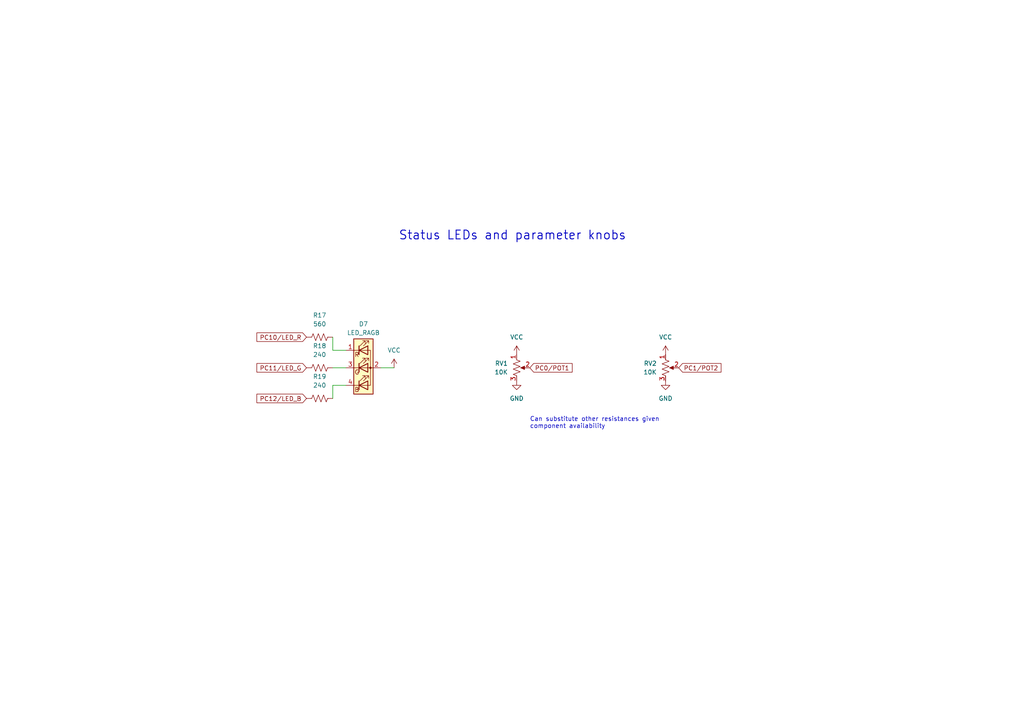
<source format=kicad_sch>
(kicad_sch (version 20230121) (generator eeschema)
  (paper "A4")
  (title_block (title "DSP PAW add-on board") (date "2023-08-18") (company "bitgloo") (comment 1 "Released under the CERN Open Hardware Licence Version 2 - Strongly Reciprocal"))
  (lib_symbols
    (symbol "Device:LED_RAGB" (pin_names (offset 0) hide)
      (property "Reference" "D" (at 0 9.398 0))
      (property "Value" "LED_RAGB" (at 0 -8.89 0))
      (symbol "LED_RAGB_0_0"
        (text "B" (at -1.905 -6.35 0) (effects (font (size 1.27 1.27))))
        (text "G" (at -1.905 -1.27 0) (effects (font (size 1.27 1.27))))
        (text "R" (at -1.905 3.81 0) (effects (font (size 1.27 1.27))))
      )
      (symbol "LED_RAGB_0_1"
        (polyline (pts (xy -1.27 -5.08) (xy -2.54 -5.08)))
        (polyline (pts (xy -1.27 -5.08) (xy 1.27 -5.08)))
        (polyline (pts (xy -1.27 -3.81) (xy -1.27 -6.35)) (stroke (width 0.254)))
        (polyline (pts (xy -1.27 0) (xy -2.54 0)))
        (polyline (pts (xy -1.27 1.27) (xy -1.27 -1.27)) (stroke (width 0.254)))
        (polyline (pts (xy -1.27 5.08) (xy -2.54 5.08)))
        (polyline (pts (xy -1.27 5.08) (xy 1.27 5.08)))
        (polyline (pts (xy -1.27 6.35) (xy -1.27 3.81)) (stroke (width 0.254)))
        (polyline (pts (xy 1.27 0) (xy -1.27 0)))
        (polyline (pts (xy 1.27 0) (xy 2.54 0)))
        (polyline (pts (xy -1.27 1.27) (xy -1.27 -1.27) (xy -1.27 -1.27)))
        (polyline (pts (xy -1.27 6.35) (xy -1.27 3.81) (xy -1.27 3.81)))
        (polyline (pts (xy 1.27 -5.08) (xy 2.032 -5.08) (xy 2.032 5.08) (xy 1.27 5.08)))
        (polyline (pts (xy 1.27 -3.81) (xy 1.27 -6.35) (xy -1.27 -5.08) (xy 1.27 -3.81)) (stroke (width 0.254)))
        (polyline (pts (xy 1.27 1.27) (xy 1.27 -1.27) (xy -1.27 0) (xy 1.27 1.27)) (stroke (width 0.254)))
        (polyline (pts (xy 1.27 6.35) (xy 1.27 3.81) (xy -1.27 5.08) (xy 1.27 6.35)) (stroke (width 0.254)))
        (polyline (pts (xy -1.016 -3.81) (xy 0.508 -2.286) (xy -0.254 -2.286) (xy 0.508 -2.286) (xy 0.508 -3.048)))
        (polyline (pts (xy -1.016 1.27) (xy 0.508 2.794) (xy -0.254 2.794) (xy 0.508 2.794) (xy 0.508 2.032)))
        (polyline (pts (xy -1.016 6.35) (xy 0.508 7.874) (xy -0.254 7.874) (xy 0.508 7.874) (xy 0.508 7.112)))
        (polyline (pts (xy 0 -3.81) (xy 1.524 -2.286) (xy 0.762 -2.286) (xy 1.524 -2.286) (xy 1.524 -3.048)))
        (polyline (pts (xy 0 1.27) (xy 1.524 2.794) (xy 0.762 2.794) (xy 1.524 2.794) (xy 1.524 2.032)))
        (polyline (pts (xy 0 6.35) (xy 1.524 7.874) (xy 0.762 7.874) (xy 1.524 7.874) (xy 1.524 7.112)))
        (rectangle (start 1.27 -1.27) (end 1.27 1.27))
        (rectangle (start 1.27 1.27) (end 1.27 1.27))
        (rectangle (start 1.27 3.81) (end 1.27 6.35))
        (rectangle (start 1.27 6.35) (end 1.27 6.35))
        (circle (center 2.032 0) (radius 0.254) (fill (type outline)))
        (rectangle (start 2.794 8.382) (end -2.794 -7.62) (stroke (width 0.254)) (fill (type background)))
      )
      (symbol "LED_RAGB_1_1"
        (pin passive line (at -5.08 5.08 0) (length 2.54) (name "RK") (number "1"))
        (pin passive line (at 5.08 0 180) (length 2.54) (name "A") (number "2"))
        (pin passive line (at -5.08 0 0) (length 2.54) (name "GK") (number "3"))
        (pin passive line (at -5.08 -5.08 0) (length 2.54) (name "BK") (number "4"))
      )
    )
    (symbol "Device:R_Potentiometer_US" (pin_names (offset 1.016) hide)
      (property "Reference" "RV" (at -4.445 0 90))
      (property "Value" "R_Potentiometer_US" (at -2.54 0 90))
      (symbol "R_Potentiometer_US_0_1"
        (polyline (pts (xy 0 -2.286) (xy 0 -2.54)))
        (polyline (pts (xy 0 2.54) (xy 0 2.286)))
        (polyline (pts (xy 2.54 0) (xy 1.524 0)))
        (polyline (pts (xy 1.143 0) (xy 2.286 0.508) (xy 2.286 -0.508) (xy 1.143 0)) (fill (type outline)))
        (polyline (pts (xy 0 -0.762) (xy 1.016 -1.143) (xy 0 -1.524) (xy -1.016 -1.905) (xy 0 -2.286)))
        (polyline (pts (xy 0 0.762) (xy 1.016 0.381) (xy 0 0) (xy -1.016 -0.381) (xy 0 -0.762)))
        (polyline (pts (xy 0 2.286) (xy 1.016 1.905) (xy 0 1.524) (xy -1.016 1.143) (xy 0 0.762)))
      )
      (symbol "R_Potentiometer_US_1_1"
        (pin passive line (at 0 3.81 270) (length 1.27) (name "1") (number "1"))
        (pin passive line (at 3.81 0 180) (length 1.27) (name "2") (number "2"))
        (pin passive line (at 0 -3.81 90) (length 1.27) (name "3") (number "3"))
      )
    )
    (symbol "Device:R_US" (pin_numbers hide) (pin_names (offset 0))
      (property "Reference" "R" (at 2.54 0 90))
      (property "Value" "R_US" (at -2.54 0 90))
      (symbol "R_US_0_1"
        (polyline (pts (xy 0 -2.286) (xy 0 -2.54)))
        (polyline (pts (xy 0 2.286) (xy 0 2.54)))
        (polyline (pts (xy 0 -0.762) (xy 1.016 -1.143) (xy 0 -1.524) (xy -1.016 -1.905) (xy 0 -2.286)))
        (polyline (pts (xy 0 0.762) (xy 1.016 0.381) (xy 0 0) (xy -1.016 -0.381) (xy 0 -0.762)))
        (polyline (pts (xy 0 2.286) (xy 1.016 1.905) (xy 0 1.524) (xy -1.016 1.143) (xy 0 0.762)))
      )
      (symbol "R_US_1_1"
        (pin passive line (at 0 3.81 270) (length 1.27) (name "~") (number "1"))
        (pin passive line (at 0 -3.81 90) (length 1.27) (name "~") (number "2"))
      )
    )
    (symbol "power:GND" (power) (pin_names (offset 0))
      (property "Value" "GND" (at 0 -3.81 0))
      (symbol "GND_0_1"
        (polyline (pts (xy 0 0) (xy 0 -1.27) (xy 1.27 -1.27) (xy 0 -2.54) (xy -1.27 -1.27) (xy 0 -1.27)))
      )
      (symbol "GND_1_1"
        (pin power_in line (at 0 0 270) (length 0) hide (name "GND") (number "1"))
      )
    )
    (symbol "power:VCC" (power) (pin_names (offset 0))
      (property "Value" "VCC" (at 0 3.81 0))
      (symbol "VCC_0_1"
        (polyline (pts (xy -0.762 1.27) (xy 0 2.54)))
        (polyline (pts (xy 0 0) (xy 0 2.54)))
        (polyline (pts (xy 0 2.54) (xy 0.762 1.27)))
      )
      (symbol "VCC_1_1"
        (pin power_in line (at 0 0 90) (length 0) hide (name "VCC") (number "1"))
      )
    )
  )
  (wire (pts (xy 96.52 106.68) (xy 100.33 106.68)))
  (wire (pts (xy 96.52 111.76) (xy 100.33 111.76)))
  (wire (pts (xy 110.49 106.68) (xy 114.3 106.68)))
  (wire (pts (xy 96.52 115.57) (xy 96.52 111.76)))
  (wire (pts (xy 96.52 97.79) (xy 96.52 101.6)))
  (wire (pts (xy 96.52 101.6) (xy 100.33 101.6)))
  (text "Status LEDs and parameter knobs" (at 115.57 69.85 0) (effects (font (size 2.54 2.54) (thickness 0.254) bold) (justify left bottom)))
  (text "Can substitute other resistances given\ncomponent availability" (at 153.67 124.46 0) (effects (font (size 1.27 1.27)) (justify left bottom)))
  (global_label "PC0{slash}POT1" (shape input) (at 153.67 106.68 0) (property "Intersheetrefs" "${INTERSHEET_REFS}" (effects hide)))
  (global_label "PC12{slash}LED_B" (shape input) (at 88.9 115.57 180) (property "Intersheetrefs" "${INTERSHEET_REFS}" (effects hide)))
  (global_label "PC10{slash}LED_R" (shape input) (at 88.9 97.79 180) (property "Intersheetrefs" "${INTERSHEET_REFS}" (effects hide)))
  (global_label "PC1{slash}POT2" (shape input) (at 196.85 106.68 0) (property "Intersheetrefs" "${INTERSHEET_REFS}" (effects hide)))
  (global_label "PC11{slash}LED_G" (shape input) (at 88.9 106.68 180) (property "Intersheetrefs" "${INTERSHEET_REFS}" (effects hide)))
  (symbol (lib_id "Device:R_Potentiometer_US") (at 193.04 106.68 0) (unit 1)
    (property "Reference" "RV2" (at 190.5 105.4099 0) (effects (justify right)))
    (property "Value" "10K" (at 190.5 107.9499 0) (effects (justify right)))
    (property "Footprint" "Potentiometer_THT:Potentiometer_Bourns_3386P_Vertical" (effects hide))
    (property "Part Number" "3386P-1-103TLF" (effects hide))
    (property "LCSC Part #" "C330458" (effects hide))
  )
  (symbol (lib_id "power:VCC") (at 193.04 102.87 0) (unit 1)
    (property "Reference" "#PWR056" (effects hide))
    (property "Value" "VCC" (at 193.04 97.79 0))
    (instances (project "stmdsp_rev3" (path "" (reference "#PWR056") (unit 1))) (project "DSP PAW add-on board" (path "" (reference "#PWR027") (unit 1)) (path "" (reference "#PWR068") (unit 1))))
  )
  (symbol (lib_id "Device:R_US") (at 92.71 106.68 90) (unit 1)
    (property "Reference" "R18" (at 92.71 100.33 90))
    (property "Value" "240" (at 92.71 102.87 90))
    (property "Footprint" "Resistor_SMD:R_0603_1608Metric" (effects hide))
    (property "Part Number" "RC0603JR-07240RL" (effects hide))
    (property "LCSC Part #" "C23350" (effects hide))
    (instances (project "stmdsp_rev3" (path "" (reference "R18") (unit 1))) (project "DSP PAW add-on board" (path "" (reference "R16") (unit 1)) (path "" (reference "R24") (unit 1))))
  )
  (symbol (lib_id "power:GND") (at 149.86 110.49 0) (unit 1)
    (property "Reference" "#PWR058" (effects hide))
    (property "Value" "GND" (at 149.86 115.57 0))
    (instances (project "stmdsp_rev3" (path "" (reference "#PWR058") (unit 1))) (project "DSP PAW add-on board" (path "" (reference "#PWR024") (unit 1)) (path "" (reference "#PWR070") (unit 1))))
  )
  (symbol (lib_id "power:GND") (at 193.04 110.49 0) (unit 1)
    (property "Reference" "#PWR059" (effects hide))
    (property "Value" "GND" (at 193.04 115.57 0))
    (instances (project "stmdsp_rev3" (path "" (reference "#PWR059") (unit 1))) (project "DSP PAW add-on board" (path "" (reference "#PWR028") (unit 1)) (path "" (reference "#PWR071") (unit 1))))
  )
  (symbol (lib_id "Device:R_US") (at 92.71 97.79 90) (unit 1)
    (property "Reference" "R17" (at 92.71 91.44 90))
    (property "Value" "560" (at 92.71 93.98 90))
    (property "Footprint" "Resistor_SMD:R_0603_1608Metric" (effects hide))
    (property "Part Number" "RC0603JR-07560RL" (effects hide))
    (property "LCSC Part #" "C23204" (effects hide))
    (instances (project "stmdsp_rev3" (path "" (reference "R17") (unit 1))) (project "DSP PAW add-on board" (path "" (reference "R15") (unit 1)) (path "" (reference "R23") (unit 1))))
  )
  (symbol (lib_id "power:VCC") (at 149.86 102.87 0) (unit 1)
    (property "Reference" "#PWR055" (effects hide))
    (property "Value" "VCC" (at 149.86 97.79 0))
    (instances (project "stmdsp_rev3" (path "" (reference "#PWR055") (unit 1))) (project "DSP PAW add-on board" (path "" (reference "#PWR023") (unit 1)) (path "" (reference "#PWR067") (unit 1))))
  )
  (symbol (lib_id "Device:LED_RAGB") (at 105.41 106.68 0) (unit 1)
    (property "Reference" "D7" (at 105.41 93.98 0))
    (property "Value" "LED_RAGB" (at 105.41 96.52 0))
    (property "Footprint" "LED_SMD:LED_Kingbright_AAA3528ESGCT" (effects hide))
    (property "Part Number" "LTST-C19HE1WT" (effects hide))
    (property "LCSC Part #" "C427425" (effects hide))
  )
  (symbol (lib_id "Device:R_US") (at 92.71 115.57 90) (unit 1)
    (property "Reference" "R19" (at 92.71 109.22 90))
    (property "Value" "240" (at 92.71 111.76 90))
    (property "Footprint" "Resistor_SMD:R_0603_1608Metric" (effects hide))
    (property "Part Number" "RC0603JR-07240RL" (effects hide))
    (property "LCSC Part #" "C23350" (effects hide))
    (instances (project "stmdsp_rev3" (path "" (reference "R19") (unit 1))) (project "DSP PAW add-on board" (path "" (reference "R17") (unit 1)) (path "" (reference "R25") (unit 1))))
  )
  (symbol (lib_id "power:VCC") (at 114.3 106.68 0) (unit 1)
    (property "Reference" "#PWR057" (effects hide))
    (property "Value" "VCC" (at 114.3 101.6 0))
    (instances (project "stmdsp_rev3" (path "" (reference "#PWR057") (unit 1))) (project "DSP PAW add-on board" (path "" (reference "#PWR019") (unit 1)) (path "" (reference "#PWR069") (unit 1))))
  )
  (symbol (lib_id "Device:R_Potentiometer_US") (at 149.86 106.68 0) (unit 1)
    (property "Reference" "RV1" (at 147.32 105.4099 0) (effects (justify right)))
    (property "Value" "10K" (at 147.32 107.9499 0) (effects (justify right)))
    (property "Footprint" "Potentiometer_THT:Potentiometer_Bourns_3386P_Vertical" (effects hide))
    (property "Part Number" "3386P-1-103TLF" (effects hide))
    (property "LCSC Part #" "C330458" (effects hide))
  )
)
</source>
